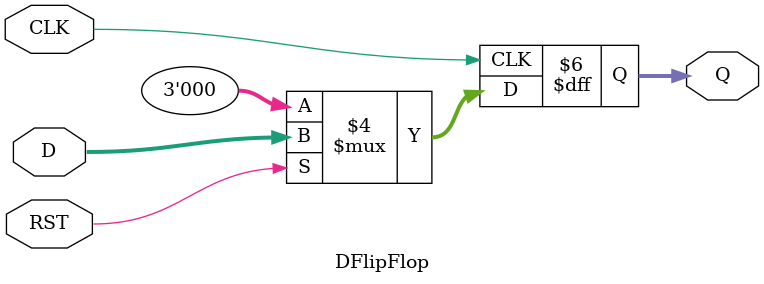
<source format=v>
`timescale 1ns / 1ps

// ¿ØÖÆµ¥ÔªControlUnit×ÓÄ£¿é
// D-Q´¥·¢Æ÷
module DFlipFlop(D,RST,CLK,Q);
    input [2:0] D;
    input RST;
    input CLK;
    output reg [2:0] Q;
    always @ (posedge CLK) begin
        if(RST==0) Q<=0;
        else Q<=D;
    end
endmodule

</source>
